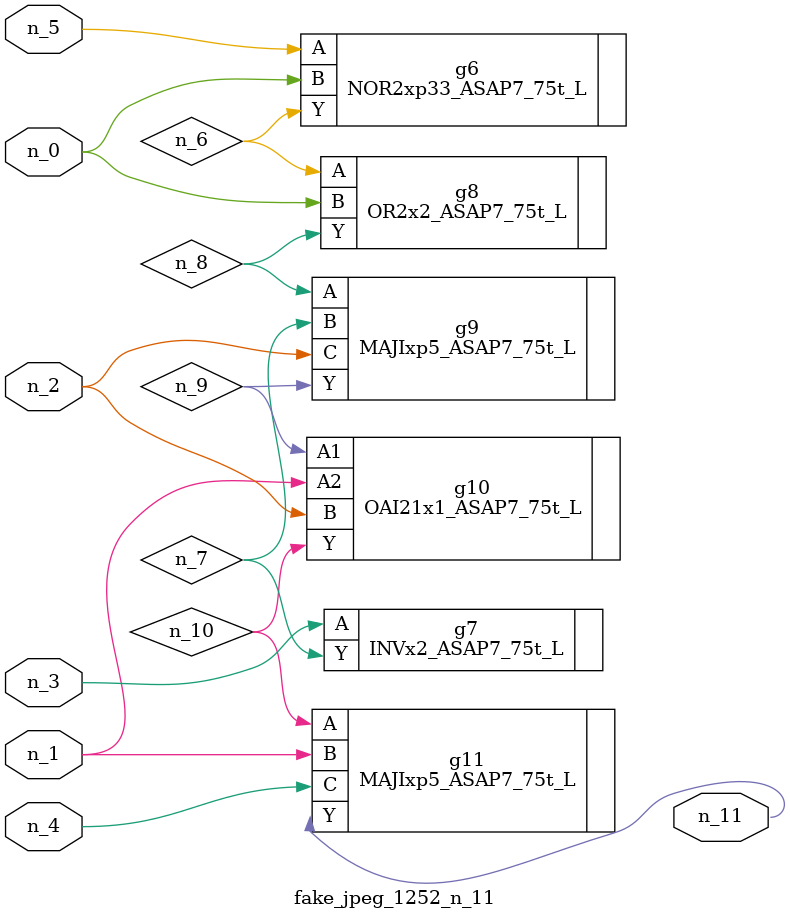
<source format=v>
module fake_jpeg_1252_n_11 (n_3, n_2, n_1, n_0, n_4, n_5, n_11);

input n_3;
input n_2;
input n_1;
input n_0;
input n_4;
input n_5;

output n_11;

wire n_10;
wire n_8;
wire n_9;
wire n_6;
wire n_7;

NOR2xp33_ASAP7_75t_L g6 ( 
.A(n_5),
.B(n_0),
.Y(n_6)
);

INVx2_ASAP7_75t_L g7 ( 
.A(n_3),
.Y(n_7)
);

OR2x2_ASAP7_75t_L g8 ( 
.A(n_6),
.B(n_0),
.Y(n_8)
);

MAJIxp5_ASAP7_75t_L g9 ( 
.A(n_8),
.B(n_7),
.C(n_2),
.Y(n_9)
);

OAI21x1_ASAP7_75t_L g10 ( 
.A1(n_9),
.A2(n_1),
.B(n_2),
.Y(n_10)
);

MAJIxp5_ASAP7_75t_L g11 ( 
.A(n_10),
.B(n_1),
.C(n_4),
.Y(n_11)
);


endmodule
</source>
